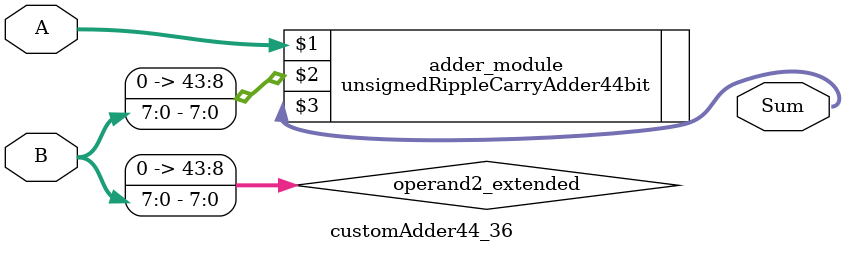
<source format=v>
module customAdder44_36(
                        input [43 : 0] A,
                        input [7 : 0] B,
                        
                        output [44 : 0] Sum
                );

        wire [43 : 0] operand2_extended;
        
        assign operand2_extended =  {36'b0, B};
        
        unsignedRippleCarryAdder44bit adder_module(
            A,
            operand2_extended,
            Sum
        );
        
        endmodule
        
</source>
